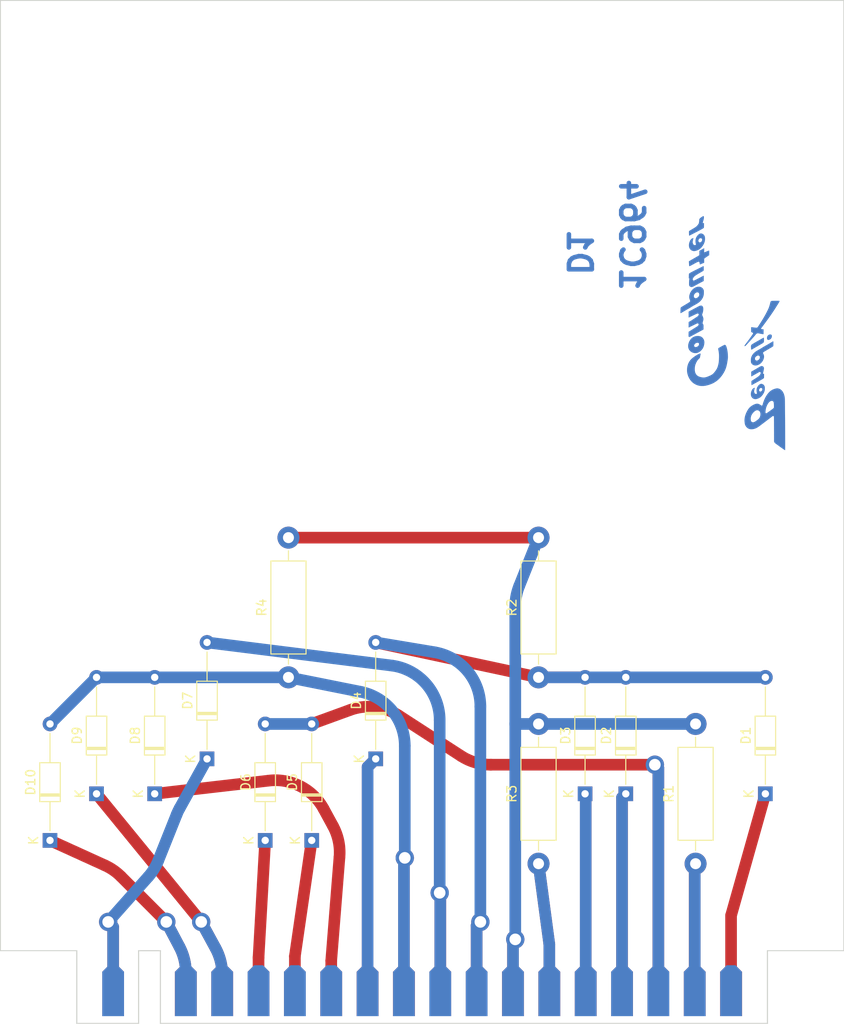
<source format=kicad_pcb>
(kicad_pcb (version 20211014) (generator pcbnew)
  (layers (0 "F.Cu" signal) (31 "B.Cu" signal) (34 "B.Paste" user) (35 "F.Paste" user) (36 "B.SilkS" user "B.Silkscreen") (37 "F.SilkS" user "F.Silkscreen") (38 "B.Mask" user) (39 "F.Mask" user) (44 "Edge.Cuts" user))
  (net 0 "")
  (net 1 "/+100V")
  (net 2 "/C_{1}")
  (net 3 "/P_{1,2,3,4}")
  (net 4 "/C_{2}")
  (net 5 "/C_{3}")
  (net 6 "/C_{4}")
  (net 7 "/C_{5}")
  (net 8 "/P_{5,6}")
  (net 9 "/C_{6}")
  (net 10 "/C_{7}")
  (net 11 "/P_{7}")
  (net 12 "/C_{8}")
  (net 13 "/P_{8,9,10}")
  (net 14 "/C_{9}")
  (net 15 "/C_{10}")
  (net 16 "/110K to B+")
  (net 17 "/150K to B+")
  (footprint "Diode_THT:D_DO-35_SOD27_P12.70mm_Horizontal" (layer "F.Cu") (at 110.49 136.525 90)
    (fp_text reference "D9")
    (fp_text value "1N4007")
  )
  (footprint "Diode_THT:D_DO-35_SOD27_P12.70mm_Horizontal" (layer "F.Cu") (at 140.97 132.715 90)
    (fp_text reference "D4")
    (fp_text value "1N4007")
  )
  (footprint "Resistor_THT:R_Axial_DIN0411_L9.9mm_D3.6mm_P15.24mm_Horizontal" (layer "F.Cu") (at 158.75 144.145 90)
    (fp_text reference "R3")
    (fp_text value "150K 1/2W 5%")
  )
  (footprint "Diode_THT:D_DO-35_SOD27_P12.70mm_Horizontal" (layer "F.Cu") (at 116.84 136.525 90)
    (fp_text reference "D8")
    (fp_text value "1N4007")
  )
  (footprint "Bendix_G15:Card_Edge_U_Key" (layer "F.Cu") (at 146.0375 153.632)
    (fp_text reference "J1")
    (fp_text value "Conn_02x18_Row_Letter_First")
    (fp_line (start -30.95625 0) (end -28.575 0) (layer "Edge.Cuts") (width 0.12))
    (fp_line (start -30.95625 0) (end -30.95625 7.9375) (layer "Edge.Cuts") (width 0.12))
    (fp_line (start -28.575 7.9375) (end -28.575 0) (layer "Edge.Cuts") (width 0.12))
    (fp_line (start -30.95625 7.9375) (end -37.703125 7.9375) (layer "Edge.Cuts") (width 0.12))
    (fp_line (start -37.703125 7.9375) (end -37.703125 0) (layer "Edge.Cuts") (width 0.12))
    (fp_line (start 37.703125 0) (end 37.703125 7.9375) (layer "Edge.Cuts") (width 0.12))
    (fp_line (start 37.703125 7.9375) (end -28.575 7.9375) (layer "Edge.Cuts") (width 0.12))
  )
  (footprint "Resistor_THT:R_Axial_DIN0411_L9.9mm_D3.6mm_P15.24mm_Horizontal" (layer "F.Cu") (at 175.895 144.145 90)
    (fp_text reference "R1")
    (fp_text value "110K 1/2W 5%")
  )
  (footprint "Diode_THT:D_DO-35_SOD27_P12.70mm_Horizontal" (layer "F.Cu") (at 163.83 136.525 90)
    (fp_text reference "D3")
    (fp_text value "1N4007")
  )
  (footprint "Diode_THT:D_DO-35_SOD27_P12.70mm_Horizontal" (layer "F.Cu") (at 168.275 136.525 90)
    (fp_text reference "D2")
    (fp_text value "1N4007")
  )
  (footprint "Diode_THT:D_DO-35_SOD27_P12.70mm_Horizontal" (layer "F.Cu") (at 128.905 141.605 90)
    (fp_text reference "D6")
    (fp_text value "1N4007")
  )
  (footprint "Diode_THT:D_DO-35_SOD27_P12.70mm_Horizontal" (layer "F.Cu") (at 183.515 136.525 90)
    (fp_text reference "D1")
    (fp_text value "1N4007")
  )
  (footprint "Diode_THT:D_DO-35_SOD27_P12.70mm_Horizontal" (layer "F.Cu") (at 122.555 132.715 90)
    (fp_text reference "D7")
    (fp_text value "1N4007")
  )
  (footprint "Resistor_THT:R_Axial_DIN0411_L9.9mm_D3.6mm_P15.24mm_Horizontal" (layer "F.Cu") (at 131.445 123.825 90)
    (fp_text reference "R4")
    (fp_text value "110K 1/2W 5%")
  )
  (footprint "Resistor_THT:R_Axial_DIN0411_L9.9mm_D3.6mm_P15.24mm_Horizontal" (layer "F.Cu") (at 158.75 123.825 90)
    (fp_text reference "R2")
    (fp_text value "110K 1/2W 5%")
  )
  (footprint "Diode_THT:D_DO-35_SOD27_P12.70mm_Horizontal" (layer "F.Cu") (at 133.985 141.605 90)
    (fp_text reference "D5")
    (fp_text value "1N4007")
  )
  (footprint "Diode_THT:D_DO-35_SOD27_P12.70mm_Horizontal" (layer "F.Cu") (at 105.41 141.605 90)
    (fp_text reference "D10")
    (fp_text value "1N4007")
  )
  (footprint "LOGO" (layer "B.Cu") (at 183.515 90.805 90)
    (fp_text reference "G***" hide)
    (fp_text value "LOGO" hide)
  )
  (footprint "LOGO" (layer "B.Cu") (at 177.165 82.55 90)
    (fp_text reference "G***" hide)
    (fp_text value "LOGO" hide)
  )
  (gr_line (start 100 50) (end 192.075 50) (layer "Edge.Cuts") (width 0.1))
  (gr_line (start 192.075 50) (end 192.075 153.632) (layer "Edge.Cuts") (width 0.1))
  (gr_line (start 108.334375 153.632) (end 100 153.632) (layer "Edge.Cuts") (width 0.1))
  (gr_line (start 100 50) (end 100 153.632) (layer "Edge.Cuts") (width 0.1))
  (gr_line (start 183.740625 153.632) (end 192.075 153.632) (layer "Edge.Cuts") (width 0.1))
  (gr_text "D1" (at 163.195 77.47 270) (layer "B.Cu") (effects (font (size 2.5 2.5) (thickness 0.5)) (justify mirror)))
  (gr_text "1C964" (at 168.91 75.565 270) (layer "B.Cu") (effects (font (size 2.5 2.5) (thickness 0.5)) (justify mirror)))
  (segment (start 155.959375 157.997625) (end 155.959375 152.650625) (width 1.27) (layer "F.Cu") (net 1))
  (segment (start 158.75 108.585) (end 131.445 108.585) (width 1.27) (layer "F.Cu") (net 1))
  (segment (start 155.959375 152.650625) (end 156.21 152.4) (width 1.27) (layer "F.Cu") (net 1))
  (via (at 156.21 152.4) (size 2) (drill 1.27) (layers "F.Cu" "B.Cu") (net 1))
  (segment (start 155.959375 157.997625) (end 155.959375 152.650625) (width 1.27) (layer "B.Cu") (net 1))
  (segment (start 156.63914 113.86215) (end 158.75 108.585) (width 1.27) (layer "B.Cu") (net 1))
  (segment (start 175.895 128.905) (end 158.75 128.905) (width 1.27) (layer "B.Cu") (net 1))
  (segment (start 155.959375 152.650625) (end 156.21 152.4) (width 1.27) (layer "B.Cu") (net 1))
  (segment (start 156.21 152.4) (end 156.21 128.905) (width 1.27) (layer "B.Cu") (net 1))
  (segment (start 156.21 128.905) (end 156.21 116.090494) (width 1.27) (layer "B.Cu") (net 1))
  (segment (start 158.75 128.905) (end 156.21 128.905) (width 1.27) (layer "B.Cu") (net 1))
  (arc (start 156.21 116.090494) (mid 156.318262 114.955849) (end 156.63914 113.86215) (width 1.27) (layer "B.Cu") (net 1))
  (segment (start 179.771875 149.793125) (end 183.515 136.525) (width 1.27) (layer "F.Cu") (net 2))
  (segment (start 179.771875 157.997625) (end 179.771875 149.793125) (width 1.27) (layer "F.Cu") (net 2))
  (segment (start 163.83 123.825) (end 158.75 123.825) (width 1.27) (layer "F.Cu") (net 3))
  (segment (start 158.75 123.825) (end 140.97 120.015) (width 1.27) (layer "F.Cu") (net 3))
  (segment (start 151.990625 157.997625) (end 151.990625 150.904375) (width 1.27) (layer "F.Cu") (net 3))
  (segment (start 151.990625 150.904375) (end 152.4 150.495) (width 1.27) (layer "F.Cu") (net 3))
  (via (at 152.4 150.495) (size 2) (drill 1.27) (layers "F.Cu" "B.Cu") (net 3))
  (segment (start 151.990625 150.904375) (end 152.4 150.495) (width 1.27) (layer "B.Cu") (net 3))
  (segment (start 152.4 150.495) (end 152.4 127.002763) (width 1.27) (layer "B.Cu") (net 3))
  (segment (start 151.990625 157.997625) (end 151.990625 150.904375) (width 1.27) (layer "B.Cu") (net 3))
  (segment (start 183.515 123.825) (end 158.75 123.825) (width 1.27) (layer "B.Cu") (net 3))
  (segment (start 147.386394 121.084399) (end 140.97 120.015) (width 1.27) (layer "B.Cu") (net 3))
  (arc (start 152.4 127.002763) (mid 150.97812 123.124514) (end 147.386394 121.084399) (width 1.27) (layer "B.Cu") (net 3))
  (segment (start 167.865625 136.934375) (end 168.275 136.525) (width 1.27) (layer "F.Cu") (net 4))
  (segment (start 167.865625 157.997625) (end 167.865625 136.934375) (width 1.27) (layer "F.Cu") (net 4))
  (segment (start 167.865625 157.997625) (end 167.865625 136.934375) (width 1.27) (layer "B.Cu") (net 4))
  (segment (start 167.865625 136.934375) (end 168.275 136.525) (width 1.27) (layer "B.Cu") (net 4))
  (segment (start 163.896875 157.997625) (end 163.896875 136.591875) (width 1.27) (layer "F.Cu") (net 5))
  (segment (start 163.896875 136.591875) (end 163.83 136.525) (width 1.27) (layer "F.Cu") (net 5))
  (segment (start 163.896875 157.997625) (end 163.896875 136.591875) (width 1.27) (layer "B.Cu") (net 5))
  (segment (start 163.896875 136.591875) (end 163.83 136.525) (width 1.27) (layer "B.Cu") (net 5))
  (segment (start 140.084375 133.600625) (end 140.97 132.715) (width 1.27) (layer "F.Cu") (net 6))
  (segment (start 140.084375 157.997625) (end 140.084375 133.600625) (width 1.27) (layer "F.Cu") (net 6))
  (segment (start 140.084375 157.997625) (end 140.084375 133.600625) (width 1.27) (layer "B.Cu") (net 6))
  (segment (start 140.084375 133.600625) (end 140.97 132.715) (width 1.27) (layer "B.Cu") (net 6))
  (segment (start 132.146875 157.997625) (end 132.146875 154.238125) (width 1.27) (layer "F.Cu") (net 7))
  (segment (start 132.146875 154.238125) (end 133.985 141.605) (width 1.27) (layer "F.Cu") (net 7))
  (segment (start 150.277377 132.387421) (end 143.47544 127.986167) (width 1.27) (layer "F.Cu") (net 8))
  (segment (start 171.45 133.35) (end 171.834375 133.734375) (width 1.27) (layer "F.Cu") (net 8))
  (segment (start 171.834375 133.734375) (end 171.834375 157.997625) (width 1.27) (layer "F.Cu") (net 8))
  (segment (start 171.45 133.35) (end 153.536885 133.35) (width 1.27) (layer "F.Cu") (net 8))
  (segment (start 138.165474 127.384828) (end 133.985 128.905) (width 1.27) (layer "F.Cu") (net 8))
  (via (at 171.45 133.35) (size 2) (drill 1.27) (layers "F.Cu" "B.Cu") (net 8))
  (arc (start 150.277377 132.387421) (mid 151.83755 133.104326) (end 153.536885 133.35) (width 1.27) (layer "F.Cu") (net 8))
  (arc (start 143.47544 127.986167) (mid 140.891101 127.061697) (end 138.165474 127.384828) (width 1.27) (layer "F.Cu") (net 8))
  (segment (start 171.834375 157.997625) (end 171.834375 133.734375) (width 1.27) (layer "B.Cu") (net 8))
  (segment (start 171.834375 133.734375) (end 171.45 133.35) (width 1.27) (layer "B.Cu") (net 8))
  (segment (start 133.985 128.905) (end 128.905 128.905) (width 1.27) (layer "B.Cu") (net 8))
  (segment (start 128.178125 154.396875) (end 128.905 141.605) (width 1.27) (layer "F.Cu") (net 9))
  (segment (start 128.178125 157.997625) (end 128.178125 154.396875) (width 1.27) (layer "F.Cu") (net 9))
  (segment (start 112.303125 151.038125) (end 111.76 150.495) (width 1.27) (layer "F.Cu") (net 10))
  (segment (start 112.303125 157.997625) (end 112.303125 151.038125) (width 1.27) (layer "F.Cu") (net 10))
  (via (at 111.76 150.495) (size 2) (drill 1.27) (layers "F.Cu" "B.Cu") (net 10))
  (segment (start 117.229552 143.80612) (end 119.238766 138.783085) (width 1.27) (layer "B.Cu") (net 10))
  (segment (start 119.564683 138.097571) (end 122.555 132.715) (width 1.27) (layer "B.Cu") (net 10))
  (segment (start 111.76 150.495) (end 116.143148 145.563959) (width 1.27) (layer "B.Cu") (net 10))
  (segment (start 112.303125 157.997625) (end 112.303125 151.038125) (width 1.27) (layer "B.Cu") (net 10))
  (segment (start 112.303125 151.038125) (end 111.76 150.495) (width 1.27) (layer "B.Cu") (net 10))
  (arc (start 119.564683 138.097571) (mid 119.390873 138.435169) (end 119.238766 138.783085) (width 1.27) (layer "B.Cu") (net 10))
  (arc (start 117.229552 143.80612) (mid 116.762597 144.732163) (end 116.143148 145.563959) (width 1.27) (layer "B.Cu") (net 10))
  (segment (start 148.021875 157.997625) (end 148.021875 147.386875) (width 1.27) (layer "F.Cu") (net 11))
  (segment (start 148.021875 147.386875) (end 147.955 147.32) (width 1.27) (layer "F.Cu") (net 11))
  (via (at 147.955 147.32) (size 2) (drill 1.27) (layers "F.Cu" "B.Cu") (net 11))
  (segment (start 147.955 147.32) (end 147.955 128.486693) (width 1.27) (layer "B.Cu") (net 11))
  (segment (start 148.021875 147.386875) (end 147.955 147.32) (width 1.27) (layer "B.Cu") (net 11))
  (segment (start 142.699208 122.533026) (end 122.555 120.015) (width 1.27) (layer "B.Cu") (net 11))
  (segment (start 148.021875 157.997625) (end 148.021875 147.386875) (width 1.27) (layer "B.Cu") (net 11))
  (arc (start 142.699208 122.533026) (mid 146.453069 124.515878) (end 147.955 128.486693) (width 1.27) (layer "B.Cu") (net 11))
  (segment (start 129.331781 135.083641) (end 116.84 136.525) (width 1.27) (layer "F.Cu") (net 12))
  (segment (start 136.115625 154.714375) (end 137.01811 143.386061) (width 1.27) (layer "F.Cu") (net 12))
  (segment (start 136.304433 140.036461) (end 135.286899 138.170981) (width 1.27) (layer "F.Cu") (net 12))
  (segment (start 136.115625 157.997625) (end 136.115625 154.714375) (width 1.27) (layer "F.Cu") (net 12))
  (arc (start 137.01811 143.386061) (mid 136.90534 141.659259) (end 136.304433 140.036461) (width 1.27) (layer "F.Cu") (net 12))
  (arc (start 129.331781 135.083641) (mid 132.781077 135.717385) (end 135.286899 138.170981) (width 1.27) (layer "F.Cu") (net 12))
  (segment (start 144.053125 157.997625) (end 144.053125 143.601875) (width 1.27) (layer "F.Cu") (net 13))
  (segment (start 144.053125 143.601875) (end 144.145 143.51) (width 1.27) (layer "F.Cu") (net 13))
  (via (at 144.145 143.51) (size 2) (drill 1.27) (layers "F.Cu" "B.Cu") (net 13))
  (segment (start 139.321697 125.400339) (end 131.445 123.825) (width 1.27) (layer "B.Cu") (net 13))
  (segment (start 144.145 143.51) (end 144.145 131.283823) (width 1.27) (layer "B.Cu") (net 13))
  (segment (start 144.053125 157.997625) (end 144.053125 143.601875) (width 1.27) (layer "B.Cu") (net 13))
  (segment (start 144.053125 143.601875) (end 144.145 143.51) (width 1.27) (layer "B.Cu") (net 13))
  (segment (start 110.49 123.825) (end 116.84 123.825) (width 1.27) (layer "B.Cu") (net 13))
  (segment (start 116.84 123.825) (end 131.445 123.825) (width 1.27) (layer "B.Cu") (net 13))
  (segment (start 105.41 128.905) (end 110.49 123.825) (width 1.27) (layer "B.Cu") (net 13))
  (arc (start 139.321697 125.400339) (mid 142.785053 127.47989) (end 144.145 131.283823) (width 1.27) (layer "B.Cu") (net 13))
  (segment (start 123.475939 153.345643) (end 121.92 150.495) (width 1.27) (layer "F.Cu") (net 14))
  (segment (start 124.209375 157.997625) (end 124.209375 156.22024) (width 1.27) (layer "F.Cu") (net 14))
  (segment (start 121.92 150.495) (end 110.49 136.525) (width 1.27) (layer "F.Cu") (net 14))
  (via (at 121.92 150.495) (size 2) (drill 1.27) (layers "F.Cu" "B.Cu") (net 14))
  (arc (start 124.209375 156.22024) (mid 124.023125 154.736896) (end 123.475939 153.345643) (width 1.27) (layer "F.Cu") (net 14))
  (segment (start 124.209375 157.997625) (end 124.209375 156.22024) (width 1.27) (layer "B.Cu") (net 14))
  (segment (start 123.475939 153.345643) (end 121.92 150.495) (width 1.27) (layer "B.Cu") (net 14))
  (arc (start 124.209375 156.22024) (mid 124.023125 154.736896) (end 123.475939 153.345643) (width 1.27) (layer "B.Cu") (net 14))
  (segment (start 120.240625 157.997625) (end 120.240625 156.017253) (width 1.27) (layer "F.Cu") (net 15))
  (segment (start 111.404515 144.329779) (end 105.41 141.605) (width 1.27) (layer "F.Cu") (net 15))
  (segment (start 119.546547 153.215969) (end 118.11 150.495) (width 1.27) (layer "F.Cu") (net 15))
  (segment (start 118.11 150.495) (end 113.164337 145.549337) (width 1.27) (layer "F.Cu") (net 15))
  (via (at 118.11 150.495) (size 2) (drill 1.27) (layers "F.Cu" "B.Cu") (net 15))
  (arc (start 113.164337 145.549337) (mid 112.339266 144.860424) (end 111.404515 144.329779) (width 1.27) (layer "F.Cu") (net 15))
  (arc (start 119.546547 153.215969) (mid 120.064521 154.574258) (end 120.240625 156.017253) (width 1.27) (layer "F.Cu") (net 15))
  (segment (start 120.240625 157.997625) (end 120.240625 156.017253) (width 1.27) (layer "B.Cu") (net 15))
  (segment (start 119.546547 153.215969) (end 118.11 150.495) (width 1.27) (layer "B.Cu") (net 15))
  (arc (start 119.546547 153.215969) (mid 120.064521 154.574258) (end 120.240625 156.017253) (width 1.27) (layer "B.Cu") (net 15))
  (segment (start 175.803125 157.997625) (end 175.803125 144.236875) (width 1.27) (layer "F.Cu") (net 16))
  (segment (start 175.803125 144.236875) (end 175.895 144.145) (width 1.27) (layer "F.Cu") (net 16))
  (segment (start 175.803125 144.236875) (end 175.895 144.145) (width 1.27) (layer "B.Cu") (net 16))
  (segment (start 175.803125 157.997625) (end 175.803125 144.236875) (width 1.27) (layer "B.Cu") (net 16))
  (segment (start 159.928125 157.997625) (end 159.928125 152.943125) (width 1.27) (layer "F.Cu") (net 17))
  (segment (start 159.928125 152.943125) (end 158.75 144.145) (width 1.27) (layer "F.Cu") (net 17))
  (segment (start 159.928125 157.997625) (end 159.928125 152.943125) (width 1.27) (layer "B.Cu") (net 17))
  (segment (start 159.928125 152.943125) (end 158.75 144.145) (width 1.27) (layer "B.Cu") (net 17))
)
</source>
